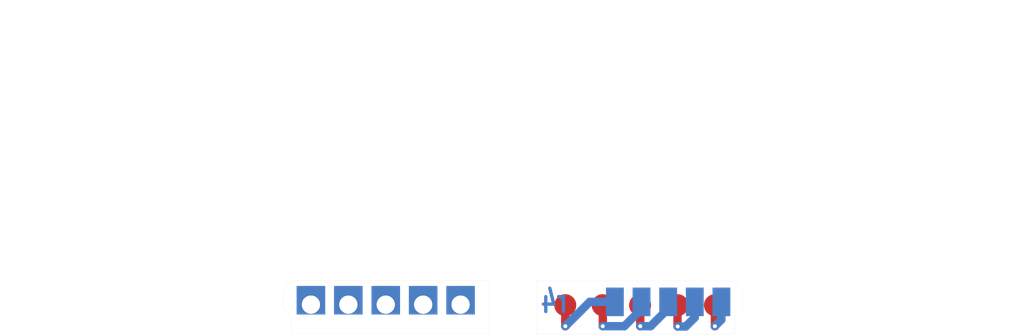
<source format=kicad_pcb>
(kicad_pcb (version 20160815) (host pcbnew no-vcs-found-undefined)

  (general
    (links 5)
    (no_connects 0)
    (area 90.72832 81.4893 183.5104 112.7285)
    (thickness 1.6)
    (drawings 29)
    (tracks 31)
    (zones 0)
    (modules 20)
    (nets 6)
  )

  (page A3)
  (title_block
    (title "Ultimate Hacking Keyboard - Connector Boards")
    (rev 4)
    (company "Ultimate Gadget Laboratories Kft.")
  )

  (layers
    (0 F.Cu signal)
    (31 B.Cu signal)
    (32 B.Adhes user)
    (33 F.Adhes user)
    (34 B.Paste user)
    (35 F.Paste user)
    (36 B.SilkS user)
    (37 F.SilkS user)
    (38 B.Mask user)
    (39 F.Mask user)
    (40 Dwgs.User user)
    (41 Cmts.User user)
    (42 Eco1.User user)
    (43 Eco2.User user)
    (44 Edge.Cuts user)
  )

  (setup
    (last_trace_width 0.762)
    (user_trace_width 0.762)
    (trace_clearance 0.254)
    (zone_clearance 0.508)
    (zone_45_only no)
    (trace_min 0.762)
    (segment_width 0.381)
    (edge_width 0.01016)
    (via_size 0.762)
    (via_drill 0.381)
    (via_min_size 0.762)
    (via_min_drill 0.3556)
    (user_via 0.762 0.3556)
    (uvia_size 0.508)
    (uvia_drill 0.127)
    (uvias_allowed no)
    (uvia_min_size 0.508)
    (uvia_min_drill 0.127)
    (pcb_text_width 0.3048)
    (pcb_text_size 1.524 2.032)
    (mod_edge_width 0.381)
    (mod_text_size 1.524 1.524)
    (mod_text_width 0.3048)
    (pad_size 1.65 1.65)
    (pad_drill 1.65)
    (pad_to_mask_clearance 0)
    (aux_axis_origin 0 0)
    (visible_elements FFFFFF7F)
    (pcbplotparams
      (layerselection 0x012c0_ffffffff)
      (usegerberextensions true)
      (usegerberattributes true)
      (usegerberadvancedattributes true)
      (excludeedgelayer true)
      (linewidth 0.150000)
      (plotframeref false)
      (viasonmask false)
      (mode 1)
      (useauxorigin false)
      (hpglpennumber 1)
      (hpglpenspeed 20)
      (hpglpendiameter 15)
      (psnegative false)
      (psa4output false)
      (plotreference true)
      (plotvalue true)
      (plotinvisibletext false)
      (padsonsilk false)
      (subtractmaskfromsilk false)
      (outputformat 1)
      (mirror false)
      (drillshape 0)
      (scaleselection 1)
      (outputdirectory ../gerbers/connectors))
  )

  (net 0 "")
  (net 1 N-000001)
  (net 2 N-000002)
  (net 3 N-000003)
  (net 4 N-000004)
  (net 5 N-000005)

  (net_class Default "This is the default net class."
    (clearance 0.254)
    (trace_width 0.762)
    (via_dia 0.762)
    (via_drill 0.381)
    (uvia_dia 0.508)
    (uvia_drill 0.127)
    (diff_pair_gap 0.25)
    (diff_pair_width 0.2)
    (add_net N-000001)
    (add_net N-000002)
    (add_net N-000003)
    (add_net N-000004)
    (add_net N-000005)
  )

  (module UGL:UHK_Connector_Left_Inner_Pad locked (layer B.Cu) (tedit 572692B6) (tstamp 57265456)
    (at 122.237 108.837 180)
    (fp_text reference REF** (at 0 2.54 180) (layer B.SilkS) hide
      (effects (font (size 0.75 0.75) (thickness 0.15)) (justify mirror))
    )
    (fp_text value VAL** (at 0 -2.54 180) (layer B.SilkS) hide
      (effects (font (size 0.75 0.75) (thickness 0.15)) (justify mirror))
    )
    (pad "" smd rect (at 0 0 180) (size 2.6 2.6) (layers B.Cu B.Paste B.Mask))
  )

  (module UGL:UHK_Connector_Left_Inner_Pad locked (layer B.Cu) (tedit 5726931D) (tstamp 57265471)
    (at 118.837 109.237 180)
    (fp_text reference REF** (at 0 2.54 180) (layer B.SilkS) hide
      (effects (font (size 0.75 0.75) (thickness 0.15)) (justify mirror))
    )
    (fp_text value VAL** (at 0 -2.54 180) (layer B.SilkS) hide
      (effects (font (size 0.75 0.75) (thickness 0.15)) (justify mirror))
    )
    (pad "" smd rect (at 0 0.4 180) (size 2.6 2.6) (layers B.Cu B.Paste B.Mask))
  )

  (module UGL:UHK_Connector_Right_Inner_Pad locked (layer B.Cu) (tedit 57266932) (tstamp 57264E54)
    (at 146.463 108.987)
    (path /529BB9BF)
    (fp_text reference P21 (at 0 2.2) (layer B.SilkS) hide
      (effects (font (size 0.75 0.75) (thickness 0.15)) (justify mirror))
    )
    (fp_text value CONN_1 (at 0 -2.2) (layer B.SilkS) hide
      (effects (font (size 0.75 0.75) (thickness 0.15)) (justify mirror))
    )
    (pad 1 smd rect (at 0 0) (size 1.62 2.6) (layers B.Cu B.Paste B.Mask)
      (net 1 N-000001))
  )

  (module UGL:UHK_Connector_Right_Inner_Pad locked (layer B.Cu) (tedit 57266932) (tstamp 57264E4B)
    (at 151.303 108.987)
    (path /529BB9D4)
    (fp_text reference P23 (at 0 2.2) (layer B.SilkS) hide
      (effects (font (size 0.75 0.75) (thickness 0.15)) (justify mirror))
    )
    (fp_text value CONN_1 (at 0 -2.2) (layer B.SilkS) hide
      (effects (font (size 0.75 0.75) (thickness 0.15)) (justify mirror))
    )
    (pad 1 smd rect (at 0 0) (size 1.62 2.6) (layers B.Cu B.Paste B.Mask)
      (net 3 N-000003))
  )

  (module UGL:UHK_Connector_Right_Inner_Pad locked (layer B.Cu) (tedit 57266932) (tstamp 57264E42)
    (at 153.723 108.987)
    (path /529BB9DA)
    (fp_text reference P24 (at 0 2.2) (layer B.SilkS) hide
      (effects (font (size 0.75 0.75) (thickness 0.15)) (justify mirror))
    )
    (fp_text value CONN_1 (at 0 -2.2) (layer B.SilkS) hide
      (effects (font (size 0.75 0.75) (thickness 0.15)) (justify mirror))
    )
    (pad 1 smd rect (at 0 0) (size 1.62 2.6) (layers B.Cu B.Paste B.Mask)
      (net 4 N-000004))
  )

  (module UGL:UHK_Connector_Right_Inner_Pad locked (layer B.Cu) (tedit 57266932) (tstamp 572648BF)
    (at 148.883 108.987)
    (path /529BB9CE)
    (fp_text reference P22 (at 0 2.2) (layer B.SilkS) hide
      (effects (font (size 0.75 0.75) (thickness 0.15)) (justify mirror))
    )
    (fp_text value CONN_1 (at 0 -2.2) (layer B.SilkS) hide
      (effects (font (size 0.75 0.75) (thickness 0.15)) (justify mirror))
    )
    (pad 1 smd rect (at 0 0) (size 1.62 2.6) (layers B.Cu B.Paste B.Mask)
      (net 2 N-000002))
  )

  (module UGL:UHK_Connector_Right_Inner_Pad locked (layer B.Cu) (tedit 57266932) (tstamp 572649CF)
    (at 156.143 108.987)
    (path /529BBCD8)
    (fp_text reference P25 (at 0 2.2) (layer B.SilkS) hide
      (effects (font (size 0.75 0.75) (thickness 0.15)) (justify mirror))
    )
    (fp_text value CONN_1 (at 0 -2.2) (layer B.SilkS) hide
      (effects (font (size 0.75 0.75) (thickness 0.15)) (justify mirror))
    )
    (pad 1 smd rect (at 0 0) (size 1.62 2.6) (layers B.Cu B.Paste B.Mask)
      (net 5 N-000005))
  )

  (module UGL:UHK_Connector_Right_Outer_Pad locked (layer F.Cu) (tedit 572668F8) (tstamp 57264500)
    (at 141.953 109.287)
    (path /529BB9E0)
    (fp_text reference P11 (at 0 -2.2) (layer F.SilkS) hide
      (effects (font (size 0.75 0.75) (thickness 0.15)))
    )
    (fp_text value CONN_1 (at 0 2.2) (layer F.SilkS) hide
      (effects (font (size 0.75 0.75) (thickness 0.15)))
    )
    (pad 1 smd circle (at 0 0) (size 2 2) (layers F.Cu F.Mask)
      (net 1 N-000001))
  )

  (module UGL:UHK_Connector_Right_Outer_Pad locked (layer F.Cu) (tedit 572668F8) (tstamp 57264511)
    (at 145.353 109.287)
    (path /529BB9E6)
    (fp_text reference P12 (at 0 -2.2) (layer F.SilkS) hide
      (effects (font (size 0.75 0.75) (thickness 0.15)))
    )
    (fp_text value CONN_1 (at 0 2.2) (layer F.SilkS) hide
      (effects (font (size 0.75 0.75) (thickness 0.15)))
    )
    (pad 1 smd circle (at 0 0) (size 2 2) (layers F.Cu F.Mask)
      (net 2 N-000002))
  )

  (module UGL:UHK_Connector_Right_Outer_Pad locked (layer F.Cu) (tedit 572668F8) (tstamp 5726451A)
    (at 148.753 109.287)
    (path /529BB9EC)
    (fp_text reference P13 (at 0 -2.2) (layer F.SilkS) hide
      (effects (font (size 0.75 0.75) (thickness 0.15)))
    )
    (fp_text value CONN_1 (at 0 2.2) (layer F.SilkS) hide
      (effects (font (size 0.75 0.75) (thickness 0.15)))
    )
    (pad 1 smd circle (at 0 0) (size 2 2) (layers F.Cu F.Mask)
      (net 3 N-000003))
  )

  (module UGL:UHK_Connector_Right_Outer_Pad locked (layer F.Cu) (tedit 572668F8) (tstamp 57264523)
    (at 152.153 109.287)
    (path /529BB9F2)
    (fp_text reference P14 (at 0 -2.2) (layer F.SilkS) hide
      (effects (font (size 0.75 0.75) (thickness 0.15)))
    )
    (fp_text value CONN_1 (at 0 2.2) (layer F.SilkS) hide
      (effects (font (size 0.75 0.75) (thickness 0.15)))
    )
    (pad 1 smd circle (at 0 0) (size 2 2) (layers F.Cu F.Mask)
      (net 4 N-000004))
  )

  (module UGL:UHK_Connector_Right_Outer_Pad locked (layer F.Cu) (tedit 572668F8) (tstamp 5726452C)
    (at 155.553 109.287)
    (path /529BBCD2)
    (fp_text reference P15 (at 0 -2.2) (layer F.SilkS) hide
      (effects (font (size 0.75 0.75) (thickness 0.15)))
    )
    (fp_text value CONN_1 (at 0 2.2) (layer F.SilkS) hide
      (effects (font (size 0.75 0.75) (thickness 0.15)))
    )
    (pad 1 smd circle (at 0 0) (size 2 2) (layers F.Cu F.Mask)
      (net 5 N-000005))
  )

  (module UGL:UHK_Connector_Left_Inner_Drill locked (layer F.Cu) (tedit 579691C6) (tstamp 57269827)
    (at 118.837 109.237)
    (fp_text reference REF** (at 0 -1.905) (layer F.SilkS) hide
      (effects (font (size 0.75 0.75) (thickness 0.15)))
    )
    (fp_text value VAL** (at 0 1.905) (layer F.SilkS) hide
      (effects (font (size 0.75 0.75) (thickness 0.15)))
    )
    (pad "" np_thru_hole circle (at 0 0) (size 1.65 1.65) (drill 1.65) (layers *.Cu *.Mask F.SilkS))
  )

  (module UGL:UHK_Connector_Left_Inner_Drill locked (layer F.Cu) (tedit 579694B0) (tstamp 5726983C)
    (at 122.237 109.237)
    (fp_text reference REF** (at 0 -1.905) (layer F.SilkS) hide
      (effects (font (size 0.75 0.75) (thickness 0.15)))
    )
    (fp_text value VAL** (at 0 1.905) (layer F.SilkS) hide
      (effects (font (size 0.75 0.75) (thickness 0.15)))
    )
    (pad "" np_thru_hole circle (at 0 0) (size 1.65 1.65) (drill 1.65) (layers *.Cu *.Mask F.SilkS))
  )

  (module UGL:UHK_Connector_Left_Inner_Drill locked (layer F.Cu) (tedit 579694B6) (tstamp 57269845)
    (at 125.637 109.237)
    (fp_text reference REF** (at 0 -1.905) (layer F.SilkS) hide
      (effects (font (size 0.75 0.75) (thickness 0.15)))
    )
    (fp_text value VAL** (at 0 1.905) (layer F.SilkS) hide
      (effects (font (size 0.75 0.75) (thickness 0.15)))
    )
    (pad "" np_thru_hole circle (at 0 0) (size 1.65 1.65) (drill 1.65) (layers *.Cu *.Mask F.SilkS))
  )

  (module UGL:UHK_Connector_Left_Inner_Drill locked (layer F.Cu) (tedit 579694BF) (tstamp 5726984E)
    (at 129.037 109.237)
    (fp_text reference REF** (at 0 -1.905) (layer F.SilkS) hide
      (effects (font (size 0.75 0.75) (thickness 0.15)))
    )
    (fp_text value VAL** (at 0 1.905) (layer F.SilkS) hide
      (effects (font (size 0.75 0.75) (thickness 0.15)))
    )
    (pad "" np_thru_hole circle (at 0 0) (size 1.65 1.65) (drill 1.65) (layers *.Cu *.Mask F.SilkS))
  )

  (module UGL:UHK_Connector_Left_Inner_Drill locked (layer F.Cu) (tedit 579694CC) (tstamp 57269857)
    (at 132.437 109.237)
    (fp_text reference REF** (at 0 -1.905) (layer F.SilkS) hide
      (effects (font (size 0.75 0.75) (thickness 0.15)))
    )
    (fp_text value VAL** (at 0 1.905) (layer F.SilkS) hide
      (effects (font (size 0.75 0.75) (thickness 0.15)))
    )
    (pad "" np_thru_hole circle (at 0 0) (size 1.65 1.65) (drill 1.65) (layers *.Cu *.Mask F.SilkS))
  )

  (module UGL:UHK_Connector_Left_Inner_Pad locked (layer B.Cu) (tedit 572692B6) (tstamp 5726542C)
    (at 125.637 108.837 180)
    (fp_text reference REF** (at 0 2.54 180) (layer B.SilkS) hide
      (effects (font (size 0.75 0.75) (thickness 0.15)) (justify mirror))
    )
    (fp_text value VAL** (at 0 -2.54 180) (layer B.SilkS) hide
      (effects (font (size 0.75 0.75) (thickness 0.15)) (justify mirror))
    )
    (pad "" smd rect (at 0 0 180) (size 2.6 2.6) (layers B.Cu B.Paste B.Mask))
  )

  (module UGL:UHK_Connector_Left_Inner_Pad locked (layer B.Cu) (tedit 572692B6) (tstamp 57265375)
    (at 129.037 108.837 180)
    (fp_text reference REF** (at 0 2.54 180) (layer B.SilkS) hide
      (effects (font (size 0.75 0.75) (thickness 0.15)) (justify mirror))
    )
    (fp_text value VAL** (at 0 -2.54 180) (layer B.SilkS) hide
      (effects (font (size 0.75 0.75) (thickness 0.15)) (justify mirror))
    )
    (pad "" smd rect (at 0 0 180) (size 2.6 2.6) (layers B.Cu B.Paste B.Mask))
  )

  (module UGL:UHK_Connector_Left_Inner_Pad locked (layer B.Cu) (tedit 572692B6) (tstamp 57264DED)
    (at 132.437 108.837 180)
    (fp_text reference REF** (at 0 2.54 180) (layer B.SilkS) hide
      (effects (font (size 0.75 0.75) (thickness 0.15)) (justify mirror))
    )
    (fp_text value VAL** (at 0 -2.54 180) (layer B.SilkS) hide
      (effects (font (size 0.75 0.75) (thickness 0.15)) (justify mirror))
    )
    (pad "" smd rect (at 0 0 180) (size 2.6 2.6) (layers B.Cu B.Paste B.Mask))
  )

  (gr_text "0.736 in" (at 148.77288 103.79964) (layer Cmts.User)
    (effects (font (size 1.5 1.5) (thickness 0.3)))
  )
  (dimension 18.70202 (width 0.3) (layer Cmts.User)
    (gr_text "18.7 mm" (at 148.70303 100.46208) (layer Cmts.User) (tstamp 58399879)
      (effects (font (size 1.5 1.5) (thickness 0.3)))
    )
    (feature1 (pts (xy 158.05404 108.27004) (xy 158.05404 98.83648)))
    (feature2 (pts (xy 139.35202 108.27004) (xy 139.35202 98.83648)))
    (crossbar (pts (xy 139.35202 102.08768) (xy 158.05404 102.08768)))
    (arrow1a (pts (xy 158.05404 102.08768) (xy 156.927536 102.674101)))
    (arrow1b (pts (xy 158.05404 102.08768) (xy 156.927536 101.501259)))
    (arrow2a (pts (xy 139.35202 102.08768) (xy 140.478524 102.674101)))
    (arrow2b (pts (xy 139.35202 102.08768) (xy 140.478524 101.501259)))
  )
  (dimension 4.8006 (width 0.3) (layer Cmts.User)
    (gr_text " " (at 161.67862 109.4867 90) (layer Cmts.User) (tstamp 5839987A)
      (effects (font (size 1.5 1.5) (thickness 0.3)))
    )
    (feature1 (pts (xy 156.8704 107.0864) (xy 163.30422 107.0864)))
    (feature2 (pts (xy 156.8704 111.887) (xy 163.30422 111.887)))
    (crossbar (pts (xy 160.05302 111.887) (xy 160.05302 107.0864)))
    (arrow1a (pts (xy 160.05302 107.0864) (xy 160.639441 108.212904)))
    (arrow1b (pts (xy 160.05302 107.0864) (xy 159.466599 108.212904)))
    (arrow2a (pts (xy 160.05302 111.887) (xy 160.639441 110.760496)))
    (arrow2b (pts (xy 160.05302 111.887) (xy 159.466599 110.760496)))
  )
  (dimension 4.8006 (width 0.3) (layer Cmts.User)
    (gr_text " " (at 112.7125 109.4359 90) (layer Cmts.User) (tstamp 5839987B)
      (effects (font (size 1.5 1.5) (thickness 0.3)))
    )
    (feature1 (pts (xy 117.52072 107.0356) (xy 111.0869 107.0356)))
    (feature2 (pts (xy 117.52072 111.8362) (xy 111.0869 111.8362)))
    (crossbar (pts (xy 114.3381 111.8362) (xy 114.3381 107.0356)))
    (arrow1a (pts (xy 114.3381 107.0356) (xy 114.924521 108.162104)))
    (arrow1b (pts (xy 114.3381 107.0356) (xy 113.751679 108.162104)))
    (arrow2a (pts (xy 114.3381 111.8362) (xy 114.924521 110.709696)))
    (arrow2b (pts (xy 114.3381 111.8362) (xy 113.751679 110.709696)))
  )
  (gr_text "0.736 in" (at 125.5776 103.8352) (layer Cmts.User)
    (effects (font (size 1.5 1.5) (thickness 0.3)))
  )
  (dimension 18.69948 (width 0.3) (layer Cmts.User)
    (gr_text "18.7 mm" (at 125.68682 100.41382) (layer Cmts.User) (tstamp 5839987C)
      (effects (font (size 1.5 1.5) (thickness 0.3)))
    )
    (feature1 (pts (xy 135.03656 108.21924) (xy 135.03656 98.78822)))
    (feature2 (pts (xy 116.33708 108.21924) (xy 116.33708 98.78822)))
    (crossbar (pts (xy 116.33708 102.03942) (xy 135.03656 102.03942)))
    (arrow1a (pts (xy 135.03656 102.03942) (xy 133.910056 102.625841)))
    (arrow1b (pts (xy 135.03656 102.03942) (xy 133.910056 101.452999)))
    (arrow2a (pts (xy 116.33708 102.03942) (xy 117.463584 102.625841)))
    (arrow2b (pts (xy 116.33708 102.03942) (xy 117.463584 101.452999)))
  )
  (gr_text "4.8 mm = 0.189 in" (at 172.1104 109.6645) (layer Cmts.User)
    (effects (font (size 1.5 1.5) (thickness 0.3)))
  )
  (gr_line (start 145.253 107.087) (end 145.253 111.887) (angle 90) (layer Dwgs.User) (width 0.01))
  (gr_line (start 116.337 109.329893) (end 116.337 108.237) (angle 90) (layer Edge.Cuts) (width 0.01) (tstamp 572512B2))
  (gr_arc (start 117.537 108.237) (end 117.537 107.037) (angle -89.99995347) (layer Edge.Cuts) (width 0.01) (tstamp 572512B1))
  (gr_line (start 117.537 107.037) (end 135.037 107.037) (angle 90) (layer Edge.Cuts) (width 0.01) (tstamp 572512B0))
  (gr_line (start 135.037 107.037) (end 135.037 111.837) (angle 90) (layer Edge.Cuts) (width 0.01) (tstamp 572512AF))
  (gr_line (start 135.037 111.837) (end 117.037 111.837) (angle 90) (layer Edge.Cuts) (width 0.01) (tstamp 572512AE))
  (gr_line (start 117.037 111.837) (end 117.037 110.444107) (angle 90) (layer Edge.Cuts) (width 0.01) (tstamp 572512AD))
  (gr_line (start 116.890553 110.090553) (end 116.483447 109.683447) (angle 90) (layer Edge.Cuts) (width 0.01) (tstamp 572512AC))
  (gr_arc (start 116.537 110.444107) (end 117.037 110.444107) (angle -45.00015451) (layer Edge.Cuts) (width 0.01) (tstamp 572512AB))
  (gr_arc (start 116.837 109.329893) (end 116.337 109.329893) (angle -44.99944414) (layer Edge.Cuts) (width 0.01) (tstamp 572512AA))
  (gr_text "4.8 mm = 0.189 in" (at 102.12832 109.28096) (layer Cmts.User)
    (effects (font (size 1.5 1.5) (thickness 0.3)))
  )
  (gr_text r4 (at 140.9446 108.9406) (layer B.Cu)
    (effects (font (size 2.032 1.524) (thickness 0.3048)) (justify mirror))
  )
  (gr_text "design is 30mil-10mil-14mil trace-clearance-minimum_drill\n2.5mm board thickness\nblack solder mask\nENIG finish\nno silk screen" (at 99.2124 87.7443) (layer Cmts.User) (tstamp 53DA31C9)
    (effects (font (size 1.5 1.5) (thickness 0.3)) (justify left))
  )
  (gr_arc (start 157.553 109.379893) (end 158.053 109.379893) (angle 44.99944414) (layer Edge.Cuts) (width 0.01))
  (gr_arc (start 157.853 110.494107) (end 157.353 110.494107) (angle 45.00015451) (layer Edge.Cuts) (width 0.01))
  (gr_line (start 157.499447 110.140553) (end 157.906553 109.733447) (angle 90) (layer Edge.Cuts) (width 0.01))
  (gr_line (start 157.353 111.887) (end 157.353 110.494107) (angle 90) (layer Edge.Cuts) (width 0.01))
  (gr_line (start 139.353 111.887) (end 157.353 111.887) (angle 90) (layer Edge.Cuts) (width 0.01))
  (gr_line (start 139.353 107.087) (end 139.353 111.887) (angle 90) (layer Edge.Cuts) (width 0.01))
  (gr_line (start 156.853 107.087) (end 139.353 107.087) (angle 90) (layer Edge.Cuts) (width 0.01))
  (gr_arc (start 156.853 108.287) (end 156.853 107.087) (angle 89.99995347) (layer Edge.Cuts) (width 0.01))
  (gr_line (start 158.053 109.379893) (end 158.053 108.287) (angle 90) (layer Edge.Cuts) (width 0.01))

  (segment (start 141.953 109.287) (end 141.953 111.1936) (width 0.762) (layer F.Cu) (net 1))
  (segment (start 144.1748 108.987) (end 146.463 108.987) (width 0.762) (layer B.Cu) (net 1) (tstamp 57266D7E))
  (segment (start 141.9606 111.2012) (end 144.1748 108.987) (width 0.762) (layer B.Cu) (net 1) (tstamp 57266D7D))
  (via (at 141.9606 111.2012) (size 0.762) (drill 0.3556) (layers F.Cu B.Cu) (net 1))
  (segment (start 141.953 111.1936) (end 141.9606 111.2012) (width 0.762) (layer F.Cu) (net 1) (tstamp 57266D72))
  (segment (start 145.353 109.287) (end 145.3642 109.2982) (width 0.762) (layer F.Cu) (net 2))
  (segment (start 145.3642 109.2982) (end 145.3642 111.2012) (width 0.762) (layer F.Cu) (net 2) (tstamp 57266D8B))
  (via (at 145.3642 111.2012) (size 0.762) (drill 0.3556) (layers F.Cu B.Cu) (net 2))
  (segment (start 145.3642 111.2012) (end 147.32 111.2012) (width 0.762) (layer B.Cu) (net 2) (tstamp 57266D9A))
  (segment (start 147.32 111.2012) (end 148.883 109.6382) (width 0.762) (layer B.Cu) (net 2) (tstamp 57266D9B))
  (segment (start 148.883 109.6382) (end 148.883 108.987) (width 0.762) (layer B.Cu) (net 2) (tstamp 57266DA6))
  (segment (start 148.8948 108.9988) (end 148.883 108.987) (width 0.762) (layer B.Cu) (net 2) (tstamp 57266D5A))
  (segment (start 148.753 109.287) (end 148.7678 109.3018) (width 0.762) (layer F.Cu) (net 3))
  (segment (start 148.7678 109.3018) (end 148.7678 111.2012) (width 0.762) (layer F.Cu) (net 3) (tstamp 57266DB9))
  (via (at 148.7678 111.2012) (size 0.762) (drill 0.3556) (layers F.Cu B.Cu) (net 3))
  (segment (start 148.7678 111.2012) (end 149.7076 111.2012) (width 0.762) (layer B.Cu) (net 3) (tstamp 57266DC6))
  (segment (start 149.7076 111.2012) (end 151.303 109.6058) (width 0.762) (layer B.Cu) (net 3) (tstamp 57266DC7))
  (segment (start 151.303 109.6058) (end 151.303 108.987) (width 0.762) (layer B.Cu) (net 3) (tstamp 57266DCC))
  (segment (start 151.2824 109.0076) (end 151.303 108.987) (width 0.762) (layer B.Cu) (net 3) (tstamp 57266D4A))
  (segment (start 152.153 109.287) (end 152.153 111.2082) (width 0.762) (layer F.Cu) (net 4))
  (segment (start 153.723 110.4116) (end 153.723 108.987) (width 0.762) (layer B.Cu) (net 4) (tstamp 57266DF1))
  (segment (start 152.908 111.2266) (end 153.723 110.4116) (width 0.762) (layer B.Cu) (net 4) (tstamp 57266DEA))
  (segment (start 152.1714 111.2266) (end 152.908 111.2266) (width 0.762) (layer B.Cu) (net 4) (tstamp 57266DE9))
  (via (at 152.1714 111.2266) (size 0.762) (drill 0.3556) (layers F.Cu B.Cu) (net 4))
  (segment (start 152.153 111.2082) (end 152.1714 111.2266) (width 0.762) (layer F.Cu) (net 4) (tstamp 57266DE1))
  (segment (start 153.7208 108.9892) (end 153.723 108.987) (width 0.762) (layer B.Cu) (net 4) (tstamp 57266D2D))
  (segment (start 155.553 109.287) (end 155.553 111.1978) (width 0.762) (layer F.Cu) (net 5))
  (segment (start 155.553 111.1978) (end 155.5496 111.2012) (width 0.762) (layer F.Cu) (net 5) (tstamp 57266DF9))
  (via (at 155.5496 111.2012) (size 0.762) (drill 0.3556) (layers F.Cu B.Cu) (net 5))
  (segment (start 155.5496 111.2012) (end 156.143 110.6078) (width 0.762) (layer B.Cu) (net 5) (tstamp 57266DFF))
  (segment (start 156.143 110.6078) (end 156.143 108.987) (width 0.762) (layer B.Cu) (net 5) (tstamp 57266E00))

)

</source>
